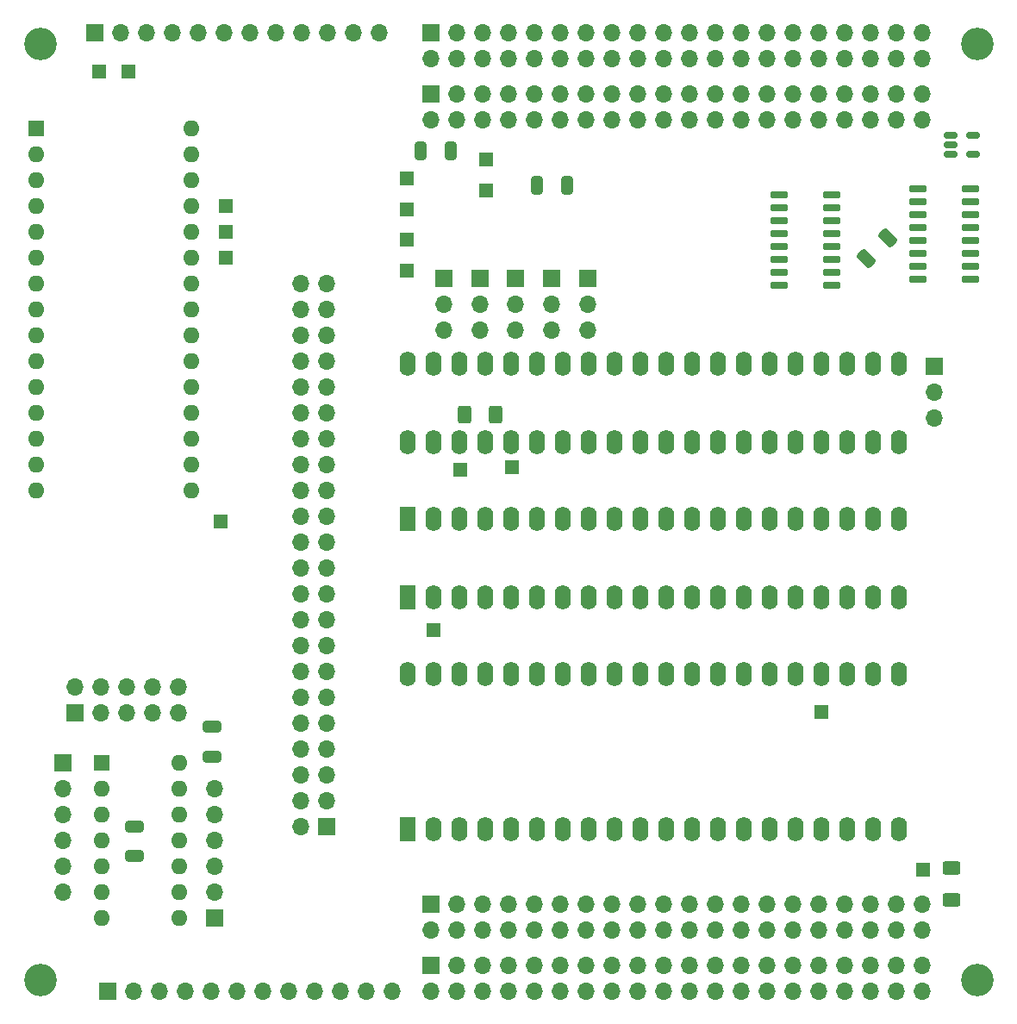
<source format=gbr>
%TF.GenerationSoftware,KiCad,Pcbnew,7.0.5-7.0.5~ubuntu20.04.1*%
%TF.CreationDate,2023-07-18T13:57:16+02:00*%
%TF.ProjectId,MOS_MultiParallel_2,4d4f535f-4d75-46c7-9469-506172616c6c,rev?*%
%TF.SameCoordinates,Original*%
%TF.FileFunction,Soldermask,Top*%
%TF.FilePolarity,Negative*%
%FSLAX46Y46*%
G04 Gerber Fmt 4.6, Leading zero omitted, Abs format (unit mm)*
G04 Created by KiCad (PCBNEW 7.0.5-7.0.5~ubuntu20.04.1) date 2023-07-18 13:57:16*
%MOMM*%
%LPD*%
G01*
G04 APERTURE LIST*
G04 Aperture macros list*
%AMRoundRect*
0 Rectangle with rounded corners*
0 $1 Rounding radius*
0 $2 $3 $4 $5 $6 $7 $8 $9 X,Y pos of 4 corners*
0 Add a 4 corners polygon primitive as box body*
4,1,4,$2,$3,$4,$5,$6,$7,$8,$9,$2,$3,0*
0 Add four circle primitives for the rounded corners*
1,1,$1+$1,$2,$3*
1,1,$1+$1,$4,$5*
1,1,$1+$1,$6,$7*
1,1,$1+$1,$8,$9*
0 Add four rect primitives between the rounded corners*
20,1,$1+$1,$2,$3,$4,$5,0*
20,1,$1+$1,$4,$5,$6,$7,0*
20,1,$1+$1,$6,$7,$8,$9,0*
20,1,$1+$1,$8,$9,$2,$3,0*%
G04 Aperture macros list end*
%ADD10R,1.700000X1.700000*%
%ADD11O,1.700000X1.700000*%
%ADD12R,1.350000X1.350000*%
%ADD13R,1.600000X2.400000*%
%ADD14O,1.600000X2.400000*%
%ADD15RoundRect,0.250000X-0.400000X-0.625000X0.400000X-0.625000X0.400000X0.625000X-0.400000X0.625000X0*%
%ADD16RoundRect,0.150000X0.725000X0.150000X-0.725000X0.150000X-0.725000X-0.150000X0.725000X-0.150000X0*%
%ADD17RoundRect,0.250000X0.625000X-0.400000X0.625000X0.400000X-0.625000X0.400000X-0.625000X-0.400000X0*%
%ADD18RoundRect,0.150000X-0.512500X-0.150000X0.512500X-0.150000X0.512500X0.150000X-0.512500X0.150000X0*%
%ADD19RoundRect,0.250000X-0.229810X0.689429X-0.689429X0.229810X0.229810X-0.689429X0.689429X-0.229810X0*%
%ADD20RoundRect,0.250000X0.325000X0.650000X-0.325000X0.650000X-0.325000X-0.650000X0.325000X-0.650000X0*%
%ADD21RoundRect,0.250000X-0.650000X0.325000X-0.650000X-0.325000X0.650000X-0.325000X0.650000X0.325000X0*%
%ADD22C,3.200000*%
%ADD23RoundRect,0.250000X0.650000X-0.325000X0.650000X0.325000X-0.650000X0.325000X-0.650000X-0.325000X0*%
%ADD24RoundRect,0.150000X-0.725000X-0.150000X0.725000X-0.150000X0.725000X0.150000X-0.725000X0.150000X0*%
%ADD25R,1.600000X1.600000*%
%ADD26O,1.600000X1.600000*%
G04 APERTURE END LIST*
D10*
%TO.C,J31*%
X129413000Y-126212600D03*
D11*
X126873000Y-126212600D03*
X129413000Y-123672600D03*
X126873000Y-123672600D03*
X129413000Y-121132600D03*
X126873000Y-121132600D03*
X129413000Y-118592600D03*
X126873000Y-118592600D03*
X129413000Y-116052600D03*
X126873000Y-116052600D03*
X129413000Y-113512600D03*
X126873000Y-113512600D03*
X129413000Y-110972600D03*
X126873000Y-110972600D03*
X129413000Y-108432600D03*
X126873000Y-108432600D03*
X129413000Y-105892600D03*
X126873000Y-105892600D03*
X129413000Y-103352600D03*
X126873000Y-103352600D03*
X129413000Y-100812600D03*
X126873000Y-100812600D03*
X129413000Y-98272600D03*
X126873000Y-98272600D03*
X129413000Y-95732600D03*
X126873000Y-95732600D03*
X129413000Y-93192600D03*
X126873000Y-93192600D03*
X129413000Y-90652600D03*
X126873000Y-90652600D03*
X129413000Y-88112600D03*
X126873000Y-88112600D03*
X129413000Y-85572600D03*
X126873000Y-85572600D03*
X129413000Y-83032600D03*
X126873000Y-83032600D03*
X129413000Y-80492600D03*
X126873000Y-80492600D03*
X129413000Y-77952600D03*
X126873000Y-77952600D03*
X129413000Y-75412600D03*
X126873000Y-75412600D03*
X129413000Y-72872600D03*
X126873000Y-72872600D03*
%TD*%
D12*
%TO.C,J14*%
X139954000Y-106984800D03*
%TD*%
D13*
%TO.C,U11*%
X137414000Y-126466600D03*
D14*
X139954000Y-126466600D03*
X142494000Y-126466600D03*
X145034000Y-126466600D03*
X147574000Y-126466600D03*
X150114000Y-126466600D03*
X152654000Y-126466600D03*
X155194000Y-126466600D03*
X157734000Y-126466600D03*
X160274000Y-126466600D03*
X162814000Y-126466600D03*
X165354000Y-126466600D03*
X167894000Y-126466600D03*
X170434000Y-126466600D03*
X172974000Y-126466600D03*
X175514000Y-126466600D03*
X178054000Y-126466600D03*
X180594000Y-126466600D03*
X183134000Y-126466600D03*
X185674000Y-126466600D03*
X185674000Y-111226600D03*
X183134000Y-111226600D03*
X180594000Y-111226600D03*
X178054000Y-111226600D03*
X175514000Y-111226600D03*
X172974000Y-111226600D03*
X170434000Y-111226600D03*
X167894000Y-111226600D03*
X165354000Y-111226600D03*
X162814000Y-111226600D03*
X160274000Y-111226600D03*
X157734000Y-111226600D03*
X155194000Y-111226600D03*
X152654000Y-111226600D03*
X150114000Y-111226600D03*
X147574000Y-111226600D03*
X145034000Y-111226600D03*
X142494000Y-111226600D03*
X139954000Y-111226600D03*
X137414000Y-111226600D03*
%TD*%
D13*
%TO.C,U4*%
X137439400Y-96027000D03*
D14*
X139979400Y-96027000D03*
X142519400Y-96027000D03*
X145059400Y-96027000D03*
X147599400Y-96027000D03*
X150139400Y-96027000D03*
X152679400Y-96027000D03*
X155219400Y-96027000D03*
X157759400Y-96027000D03*
X160299400Y-96027000D03*
X162839400Y-96027000D03*
X165379400Y-96027000D03*
X167919400Y-96027000D03*
X170459400Y-96027000D03*
X172999400Y-96027000D03*
X175539400Y-96027000D03*
X178079400Y-96027000D03*
X180619400Y-96027000D03*
X183159400Y-96027000D03*
X185699400Y-96027000D03*
X185699400Y-80787000D03*
X183159400Y-80787000D03*
X180619400Y-80787000D03*
X178079400Y-80787000D03*
X175539400Y-80787000D03*
X172999400Y-80787000D03*
X170459400Y-80787000D03*
X167919400Y-80787000D03*
X165379400Y-80787000D03*
X162839400Y-80787000D03*
X160299400Y-80787000D03*
X157759400Y-80787000D03*
X155219400Y-80787000D03*
X152679400Y-80787000D03*
X150139400Y-80787000D03*
X147599400Y-80787000D03*
X145059400Y-80787000D03*
X142519400Y-80787000D03*
X139979400Y-80787000D03*
X137439400Y-80787000D03*
%TD*%
D12*
%TO.C,J6*%
X119583200Y-67843400D03*
%TD*%
D10*
%TO.C,J1*%
X139700000Y-48303005D03*
D11*
X139700000Y-50843005D03*
X142240000Y-48303005D03*
X142240000Y-50843005D03*
X144780000Y-48303005D03*
X144780000Y-50843005D03*
X147320000Y-48303005D03*
X147320000Y-50843005D03*
X149860000Y-48303005D03*
X149860000Y-50843005D03*
X152400000Y-48303005D03*
X152400000Y-50843005D03*
X154940000Y-48303005D03*
X154940000Y-50843005D03*
X157480000Y-48303005D03*
X157480000Y-50843005D03*
X160020000Y-48303005D03*
X160020000Y-50843005D03*
X162560000Y-48303005D03*
X162560000Y-50843005D03*
X165100000Y-48303005D03*
X165100000Y-50843005D03*
X167640000Y-48303005D03*
X167640000Y-50843005D03*
X170180000Y-48303005D03*
X170180000Y-50843005D03*
X172720000Y-48303005D03*
X172720000Y-50843005D03*
X175260000Y-48303005D03*
X175260000Y-50843005D03*
X177800000Y-48303005D03*
X177800000Y-50843005D03*
X180340000Y-48303005D03*
X180340000Y-50843005D03*
X182880000Y-48303005D03*
X182880000Y-50843005D03*
X185420000Y-48303005D03*
X185420000Y-50843005D03*
X187960000Y-48303005D03*
X187960000Y-50843005D03*
%TD*%
D12*
%TO.C,J17*%
X145135600Y-60756800D03*
%TD*%
D10*
%TO.C,J27*%
X104698800Y-115040331D03*
D11*
X104698800Y-112500331D03*
X107238800Y-115040331D03*
X107238800Y-112500331D03*
X109778800Y-115040331D03*
X109778800Y-112500331D03*
X112318800Y-115040331D03*
X112318800Y-112500331D03*
X114858800Y-115040331D03*
X114858800Y-112500331D03*
%TD*%
D15*
%TO.C,R1*%
X142975400Y-85775800D03*
X146075400Y-85775800D03*
%TD*%
D12*
%TO.C,J12*%
X137346000Y-65625400D03*
%TD*%
%TO.C,J26*%
X137312400Y-71602600D03*
%TD*%
D10*
%TO.C,JP3*%
X148031200Y-72364600D03*
D11*
X148031200Y-74904600D03*
X148031200Y-77444600D03*
%TD*%
D10*
%TO.C,J4*%
X139700000Y-133849005D03*
D11*
X139700000Y-136389005D03*
X142240000Y-133849005D03*
X142240000Y-136389005D03*
X144780000Y-133849005D03*
X144780000Y-136389005D03*
X147320000Y-133849005D03*
X147320000Y-136389005D03*
X149860000Y-133849005D03*
X149860000Y-136389005D03*
X152400000Y-133849005D03*
X152400000Y-136389005D03*
X154940000Y-133849005D03*
X154940000Y-136389005D03*
X157480000Y-133849005D03*
X157480000Y-136389005D03*
X160020000Y-133849005D03*
X160020000Y-136389005D03*
X162560000Y-133849005D03*
X162560000Y-136389005D03*
X165100000Y-133849005D03*
X165100000Y-136389005D03*
X167640000Y-133849005D03*
X167640000Y-136389005D03*
X170180000Y-133849005D03*
X170180000Y-136389005D03*
X172720000Y-133849005D03*
X172720000Y-136389005D03*
X175260000Y-133849005D03*
X175260000Y-136389005D03*
X177800000Y-133849005D03*
X177800000Y-136389005D03*
X180340000Y-133849005D03*
X180340000Y-136389005D03*
X182880000Y-133849005D03*
X182880000Y-136389005D03*
X185420000Y-133849005D03*
X185420000Y-136389005D03*
X187960000Y-133849005D03*
X187960000Y-136389005D03*
%TD*%
D12*
%TO.C,J13*%
X137312400Y-68630800D03*
%TD*%
%TO.C,J16*%
X147624800Y-90932000D03*
%TD*%
D10*
%TO.C,JP4*%
X151561800Y-72364600D03*
D11*
X151561800Y-74904600D03*
X151561800Y-77444600D03*
%TD*%
D16*
%TO.C,U6*%
X179065800Y-73077871D03*
X179065800Y-71807871D03*
X179065800Y-70537871D03*
X179065800Y-69267871D03*
X179065800Y-67997871D03*
X179065800Y-66727871D03*
X179065800Y-65457871D03*
X179065800Y-64187871D03*
X173915800Y-64187871D03*
X173915800Y-65457871D03*
X173915800Y-66727871D03*
X173915800Y-67997871D03*
X173915800Y-69267871D03*
X173915800Y-70537871D03*
X173915800Y-71807871D03*
X173915800Y-73077871D03*
%TD*%
D17*
%TO.C,R5*%
X190855600Y-133451600D03*
X190855600Y-130351600D03*
%TD*%
D12*
%TO.C,J18*%
X145135600Y-63779400D03*
%TD*%
%TO.C,J28*%
X109982000Y-52095400D03*
%TD*%
%TO.C,J5*%
X119583200Y-70383400D03*
%TD*%
D18*
%TO.C,U8*%
X190708700Y-58333600D03*
X190708700Y-59283600D03*
X190708700Y-60233600D03*
X192983700Y-60233600D03*
X192983700Y-58333600D03*
%TD*%
D10*
%TO.C,J10*%
X118417300Y-135204200D03*
D11*
X118417300Y-132664200D03*
X118417300Y-130124200D03*
X118417300Y-127584200D03*
X118417300Y-125044200D03*
X118417300Y-122504200D03*
%TD*%
D12*
%TO.C,J29*%
X107086400Y-52070000D03*
%TD*%
D10*
%TO.C,J20*%
X107917000Y-142389005D03*
D11*
X110457000Y-142389005D03*
X112997000Y-142389005D03*
X115537000Y-142389005D03*
X118077000Y-142389005D03*
X120617000Y-142389005D03*
X123157000Y-142389005D03*
X125697000Y-142389005D03*
X128237000Y-142389005D03*
X130777000Y-142389005D03*
X133317000Y-142389005D03*
X135857000Y-142389005D03*
%TD*%
D10*
%TO.C,JP5*%
X155067000Y-72379600D03*
D11*
X155067000Y-74919600D03*
X155067000Y-77459600D03*
%TD*%
D10*
%TO.C,J11*%
X103555800Y-119964200D03*
D11*
X103555800Y-122504200D03*
X103555800Y-125044200D03*
X103555800Y-127584200D03*
X103555800Y-130124200D03*
X103555800Y-132664200D03*
%TD*%
D12*
%TO.C,J7*%
X119024400Y-96240600D03*
%TD*%
%TO.C,J25*%
X178054000Y-114985800D03*
%TD*%
D19*
%TO.C,C5*%
X184556400Y-68402200D03*
X182470434Y-70488166D03*
%TD*%
D20*
%TO.C,C6*%
X153087600Y-63246000D03*
X150137600Y-63246000D03*
%TD*%
D10*
%TO.C,J2*%
X139700000Y-139849005D03*
D11*
X139700000Y-142389005D03*
X142240000Y-139849005D03*
X142240000Y-142389005D03*
X144780000Y-139849005D03*
X144780000Y-142389005D03*
X147320000Y-139849005D03*
X147320000Y-142389005D03*
X149860000Y-139849005D03*
X149860000Y-142389005D03*
X152400000Y-139849005D03*
X152400000Y-142389005D03*
X154940000Y-139849005D03*
X154940000Y-142389005D03*
X157480000Y-139849005D03*
X157480000Y-142389005D03*
X160020000Y-139849005D03*
X160020000Y-142389005D03*
X162560000Y-139849005D03*
X162560000Y-142389005D03*
X165100000Y-139849005D03*
X165100000Y-142389005D03*
X167640000Y-139849005D03*
X167640000Y-142389005D03*
X170180000Y-139849005D03*
X170180000Y-142389005D03*
X172720000Y-139849005D03*
X172720000Y-142389005D03*
X175260000Y-139849005D03*
X175260000Y-142389005D03*
X177800000Y-139849005D03*
X177800000Y-142389005D03*
X180340000Y-139849005D03*
X180340000Y-142389005D03*
X182880000Y-139849005D03*
X182880000Y-142389005D03*
X185420000Y-139849005D03*
X185420000Y-142389005D03*
X187960000Y-139849005D03*
X187960000Y-142389005D03*
%TD*%
D21*
%TO.C,C3*%
X110566200Y-126210800D03*
X110566200Y-129160800D03*
%TD*%
D22*
%TO.C,H3*%
X193340000Y-49346005D03*
%TD*%
D23*
%TO.C,C4*%
X118160800Y-119358331D03*
X118160800Y-116408331D03*
%TD*%
D12*
%TO.C,J30*%
X119583200Y-65278000D03*
%TD*%
D10*
%TO.C,J3*%
X139700000Y-54303005D03*
D11*
X139700000Y-56843005D03*
X142240000Y-54303005D03*
X142240000Y-56843005D03*
X144780000Y-54303005D03*
X144780000Y-56843005D03*
X147320000Y-54303005D03*
X147320000Y-56843005D03*
X149860000Y-54303005D03*
X149860000Y-56843005D03*
X152400000Y-54303005D03*
X152400000Y-56843005D03*
X154940000Y-54303005D03*
X154940000Y-56843005D03*
X157480000Y-54303005D03*
X157480000Y-56843005D03*
X160020000Y-54303005D03*
X160020000Y-56843005D03*
X162560000Y-54303005D03*
X162560000Y-56843005D03*
X165100000Y-54303005D03*
X165100000Y-56843005D03*
X167640000Y-54303005D03*
X167640000Y-56843005D03*
X170180000Y-54303005D03*
X170180000Y-56843005D03*
X172720000Y-54303005D03*
X172720000Y-56843005D03*
X175260000Y-54303005D03*
X175260000Y-56843005D03*
X177800000Y-54303005D03*
X177800000Y-56843005D03*
X180340000Y-54303005D03*
X180340000Y-56843005D03*
X182880000Y-54303005D03*
X182880000Y-56843005D03*
X185420000Y-54303005D03*
X185420000Y-56843005D03*
X187960000Y-54303005D03*
X187960000Y-56843005D03*
%TD*%
D13*
%TO.C,U3*%
X137439400Y-103759000D03*
D14*
X139979400Y-103759000D03*
X142519400Y-103759000D03*
X145059400Y-103759000D03*
X147599400Y-103759000D03*
X150139400Y-103759000D03*
X152679400Y-103759000D03*
X155219400Y-103759000D03*
X157759400Y-103759000D03*
X160299400Y-103759000D03*
X162839400Y-103759000D03*
X165379400Y-103759000D03*
X167919400Y-103759000D03*
X170459400Y-103759000D03*
X172999400Y-103759000D03*
X175539400Y-103759000D03*
X178079400Y-103759000D03*
X180619400Y-103759000D03*
X183159400Y-103759000D03*
X185699400Y-103759000D03*
X185699400Y-88519000D03*
X183159400Y-88519000D03*
X180619400Y-88519000D03*
X178079400Y-88519000D03*
X175539400Y-88519000D03*
X172999400Y-88519000D03*
X170459400Y-88519000D03*
X167919400Y-88519000D03*
X165379400Y-88519000D03*
X162839400Y-88519000D03*
X160299400Y-88519000D03*
X157759400Y-88519000D03*
X155219400Y-88519000D03*
X152679400Y-88519000D03*
X150139400Y-88519000D03*
X147599400Y-88519000D03*
X145059400Y-88519000D03*
X142519400Y-88519000D03*
X139979400Y-88519000D03*
X137439400Y-88519000D03*
%TD*%
D12*
%TO.C,J9*%
X137346000Y-62577400D03*
%TD*%
D10*
%TO.C,JP6*%
X189128400Y-81041000D03*
D11*
X189128400Y-83581000D03*
X189128400Y-86121000D03*
%TD*%
D12*
%TO.C,J15*%
X142570200Y-91160600D03*
%TD*%
D22*
%TO.C,H1*%
X101340000Y-49346005D03*
%TD*%
D24*
%TO.C,U7*%
X187530200Y-63603671D03*
X187530200Y-64873671D03*
X187530200Y-66143671D03*
X187530200Y-67413671D03*
X187530200Y-68683671D03*
X187530200Y-69953671D03*
X187530200Y-71223671D03*
X187530200Y-72493671D03*
X192680200Y-72493671D03*
X192680200Y-71223671D03*
X192680200Y-69953671D03*
X192680200Y-68683671D03*
X192680200Y-67413671D03*
X192680200Y-66143671D03*
X192680200Y-64873671D03*
X192680200Y-63603671D03*
%TD*%
D20*
%TO.C,C1*%
X141664000Y-59885000D03*
X138714000Y-59885000D03*
%TD*%
D12*
%TO.C,J8*%
X188036200Y-130454400D03*
%TD*%
D22*
%TO.C,H2*%
X101340000Y-141346005D03*
%TD*%
D10*
%TO.C,JP2*%
X144500600Y-72364600D03*
D11*
X144500600Y-74904600D03*
X144500600Y-77444600D03*
%TD*%
D10*
%TO.C,J21*%
X106680000Y-48260000D03*
D11*
X109220000Y-48260000D03*
X111760000Y-48260000D03*
X114300000Y-48260000D03*
X116840000Y-48260000D03*
X119380000Y-48260000D03*
X121920000Y-48260000D03*
X124460000Y-48260000D03*
X127000000Y-48260000D03*
X129540000Y-48260000D03*
X132080000Y-48260000D03*
X134620000Y-48260000D03*
%TD*%
D25*
%TO.C,A1*%
X100873400Y-57683400D03*
D26*
X100873400Y-60223400D03*
X100873400Y-62763400D03*
X100873400Y-65303400D03*
X100873400Y-67843400D03*
X100873400Y-70383400D03*
X100873400Y-72923400D03*
X100873400Y-75463400D03*
X100873400Y-78003400D03*
X100873400Y-80543400D03*
X100873400Y-83083400D03*
X100873400Y-85623400D03*
X100873400Y-88163400D03*
X100873400Y-90703400D03*
X100873400Y-93243400D03*
X116113400Y-93243400D03*
X116113400Y-90703400D03*
X116113400Y-88163400D03*
X116113400Y-85623400D03*
X116113400Y-83083400D03*
X116113400Y-80543400D03*
X116113400Y-78003400D03*
X116113400Y-75463400D03*
X116113400Y-72923400D03*
X116113400Y-70383400D03*
X116113400Y-67843400D03*
X116113400Y-65303400D03*
X116113400Y-62763400D03*
X116113400Y-60223400D03*
X116113400Y-57683400D03*
%TD*%
D10*
%TO.C,JP1*%
X140970000Y-72364600D03*
D11*
X140970000Y-74904600D03*
X140970000Y-77444600D03*
%TD*%
D22*
%TO.C,H4*%
X193340000Y-141346005D03*
%TD*%
D25*
%TO.C,U2*%
X107375800Y-119959200D03*
D26*
X107375800Y-122499200D03*
X107375800Y-125039200D03*
X107375800Y-127579200D03*
X107375800Y-130119200D03*
X107375800Y-132659200D03*
X107375800Y-135199200D03*
X114995800Y-135199200D03*
X114995800Y-132659200D03*
X114995800Y-130119200D03*
X114995800Y-127579200D03*
X114995800Y-125039200D03*
X114995800Y-122499200D03*
X114995800Y-119959200D03*
%TD*%
M02*

</source>
